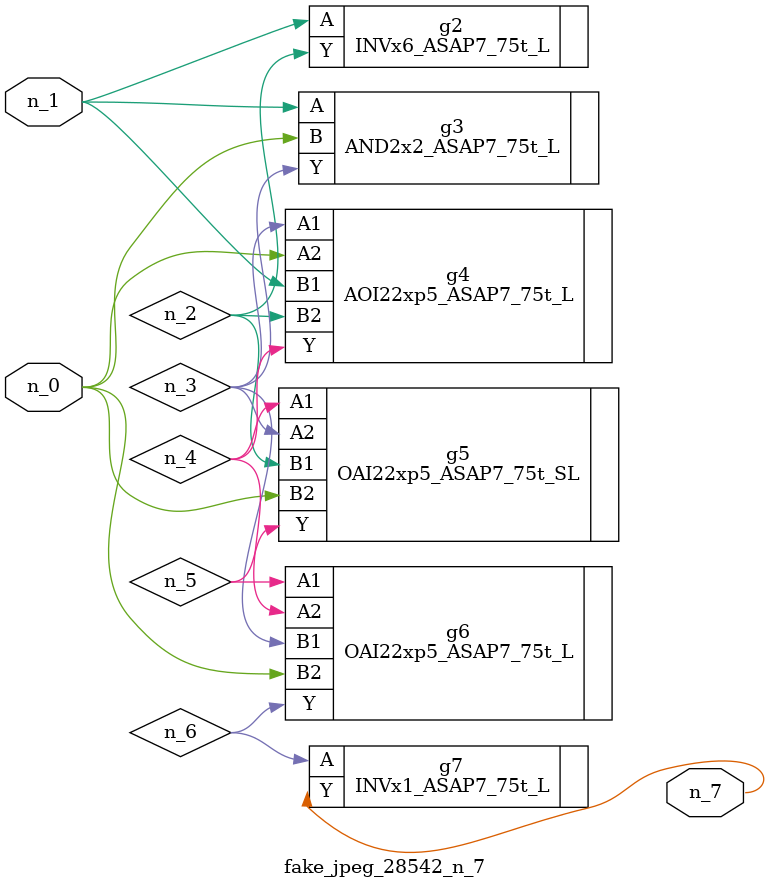
<source format=v>
module fake_jpeg_28542_n_7 (n_0, n_1, n_7);

input n_0;
input n_1;

output n_7;

wire n_2;
wire n_3;
wire n_4;
wire n_6;
wire n_5;

INVx6_ASAP7_75t_L g2 ( 
.A(n_1),
.Y(n_2)
);

AND2x2_ASAP7_75t_L g3 ( 
.A(n_1),
.B(n_0),
.Y(n_3)
);

AOI22xp5_ASAP7_75t_L g4 ( 
.A1(n_3),
.A2(n_0),
.B1(n_1),
.B2(n_2),
.Y(n_4)
);

OAI22xp5_ASAP7_75t_SL g5 ( 
.A1(n_4),
.A2(n_3),
.B1(n_2),
.B2(n_0),
.Y(n_5)
);

OAI22xp5_ASAP7_75t_L g6 ( 
.A1(n_5),
.A2(n_4),
.B1(n_3),
.B2(n_0),
.Y(n_6)
);

INVx1_ASAP7_75t_L g7 ( 
.A(n_6),
.Y(n_7)
);


endmodule
</source>
